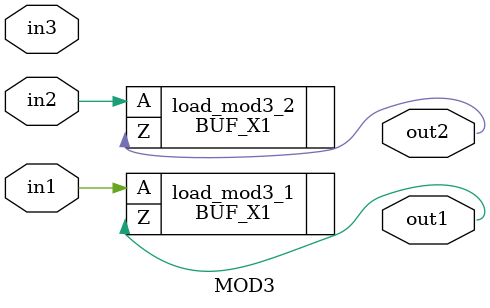
<source format=v>

module top (
  input clk,
  input in1,
  output out1,
  output out2,
  output out3,
  output out4,
  output out5,
  output out6
);

  wire drvr_out;
  wire buf_top1_out;
  wire buf_top2_out;
  wire buf_mod2_out;

  // Level 1: Driver in a hierarchical module
  MOD1 mod1_inst (
    .clk_in(clk),
    .d_in(in1),
    .q_out(drvr_out)
  );

  // Level 2: drvr_out drives 2 top-level buffers and 1 hierarchical buffer
  BUF_X1 buf_top1 (.A(drvr_out), .Z(buf_top1_out));
  BUF_X1 buf_top2 (.A(drvr_out), .Z(buf_top2_out));
  MOD2 mod2_inst (.in(drvr_out), .out(buf_mod2_out));

  // Level 3: Loads driven by level 2 buffers
  // Loads of buf_top1
  BUF_X1 load_top1 (.A(buf_top1_out), .Z(out1));
  BUF_X1 load_top2 (.A(buf_top1_out), .Z(out2));

  // Loads of buf_top2
  BUF_X1 load_top3 (.A(buf_top2_out), .Z(out3));

  // Loads of buf_mod2 (from MOD2)
  BUF_X1 load_top4 (.A(buf_mod2_out), .Z(out4));

  // Hierarchical loads in MOD3
  MOD3 mod3_inst (
    .in1(buf_top1_out),
    .in2(buf_top2_out),
    .in3(buf_mod2_out),
    .out1(out5),
    .out2(out6)
  );

endmodule

module MOD1 (input clk_in, input d_in, output q_out);
  DFF_X1 drvr (.D(d_in), .CK(clk_in), .Q(q_out));
endmodule

module MOD2 (input in, output out);
  BUF_X1 buf_mod2 (.A(in), .Z(out));
endmodule

module MOD3 (input in1, input in2, input in3, output out1, output out2);
  BUF_X1 load_mod3_1 (.A(in1), .Z(out1));
  BUF_X1 load_mod3_2 (.A(in2), .Z(out2));
  BUF_X1 load_mod3_3 (.A(in3)); // This one is not connected to an output
endmodule
</source>
